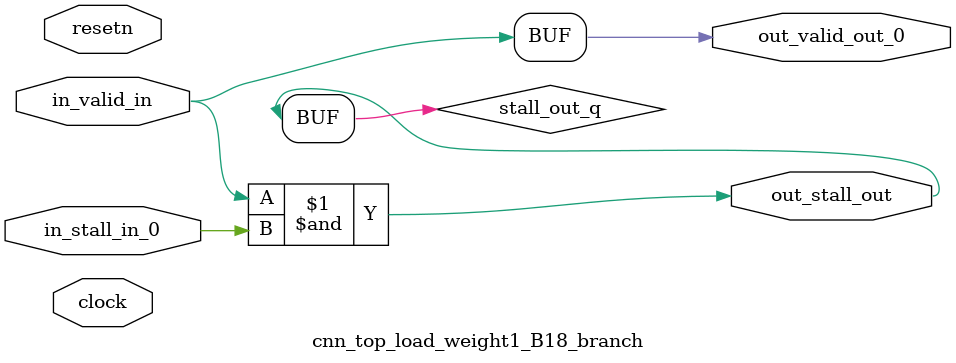
<source format=sv>



(* altera_attribute = "-name AUTO_SHIFT_REGISTER_RECOGNITION OFF; -name MESSAGE_DISABLE 10036; -name MESSAGE_DISABLE 10037; -name MESSAGE_DISABLE 14130; -name MESSAGE_DISABLE 14320; -name MESSAGE_DISABLE 15400; -name MESSAGE_DISABLE 14130; -name MESSAGE_DISABLE 10036; -name MESSAGE_DISABLE 12020; -name MESSAGE_DISABLE 12030; -name MESSAGE_DISABLE 12010; -name MESSAGE_DISABLE 12110; -name MESSAGE_DISABLE 14320; -name MESSAGE_DISABLE 13410; -name MESSAGE_DISABLE 113007; -name MESSAGE_DISABLE 10958" *)
module cnn_top_load_weight1_B18_branch (
    input wire [0:0] in_stall_in_0,
    input wire [0:0] in_valid_in,
    output wire [0:0] out_stall_out,
    output wire [0:0] out_valid_out_0,
    input wire clock,
    input wire resetn
    );

    wire [0:0] stall_out_q;


    // stall_out(LOGICAL,6)
    assign stall_out_q = in_valid_in & in_stall_in_0;

    // out_stall_out(GPOUT,4)
    assign out_stall_out = stall_out_q;

    // out_valid_out_0(GPOUT,5)
    assign out_valid_out_0 = in_valid_in;

endmodule

</source>
